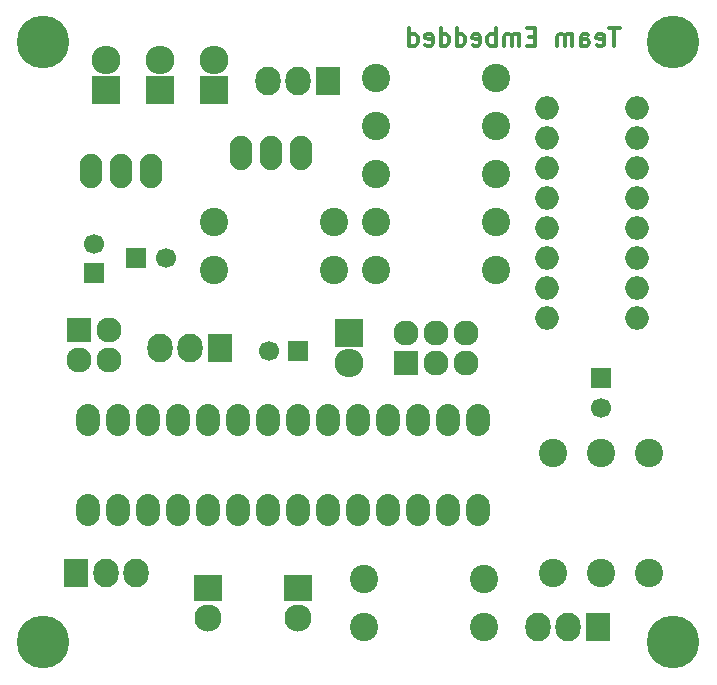
<source format=gbr>
G04 #@! TF.FileFunction,Soldermask,Bot*
%FSLAX46Y46*%
G04 Gerber Fmt 4.6, Leading zero omitted, Abs format (unit mm)*
G04 Created by KiCad (PCBNEW 4.0.2-stable) date 2016-10-26 13:47:51*
%MOMM*%
G01*
G04 APERTURE LIST*
%ADD10C,0.100000*%
%ADD11C,0.300000*%
%ADD12R,1.700000X1.700000*%
%ADD13C,1.700000*%
%ADD14R,2.400000X2.300000*%
%ADD15C,2.300000*%
%ADD16R,2.127200X2.127200*%
%ADD17O,2.127200X2.127200*%
%ADD18R,2.127200X2.432000*%
%ADD19O,2.127200X2.432000*%
%ADD20R,2.432000X2.432000*%
%ADD21O,2.432000X2.432000*%
%ADD22C,2.398980*%
%ADD23O,1.901140X2.899360*%
%ADD24O,2.000000X2.000000*%
%ADD25O,2.000000X2.700000*%
%ADD26C,4.464000*%
G04 APERTURE END LIST*
D10*
D11*
X168156400Y-31817571D02*
X167299257Y-31817571D01*
X167727828Y-33317571D02*
X167727828Y-31817571D01*
X166227829Y-33246143D02*
X166370686Y-33317571D01*
X166656400Y-33317571D01*
X166799257Y-33246143D01*
X166870686Y-33103286D01*
X166870686Y-32531857D01*
X166799257Y-32389000D01*
X166656400Y-32317571D01*
X166370686Y-32317571D01*
X166227829Y-32389000D01*
X166156400Y-32531857D01*
X166156400Y-32674714D01*
X166870686Y-32817571D01*
X164870686Y-33317571D02*
X164870686Y-32531857D01*
X164942115Y-32389000D01*
X165084972Y-32317571D01*
X165370686Y-32317571D01*
X165513543Y-32389000D01*
X164870686Y-33246143D02*
X165013543Y-33317571D01*
X165370686Y-33317571D01*
X165513543Y-33246143D01*
X165584972Y-33103286D01*
X165584972Y-32960429D01*
X165513543Y-32817571D01*
X165370686Y-32746143D01*
X165013543Y-32746143D01*
X164870686Y-32674714D01*
X164156400Y-33317571D02*
X164156400Y-32317571D01*
X164156400Y-32460429D02*
X164084972Y-32389000D01*
X163942114Y-32317571D01*
X163727829Y-32317571D01*
X163584972Y-32389000D01*
X163513543Y-32531857D01*
X163513543Y-33317571D01*
X163513543Y-32531857D02*
X163442114Y-32389000D01*
X163299257Y-32317571D01*
X163084972Y-32317571D01*
X162942114Y-32389000D01*
X162870686Y-32531857D01*
X162870686Y-33317571D01*
X161013543Y-32531857D02*
X160513543Y-32531857D01*
X160299257Y-33317571D02*
X161013543Y-33317571D01*
X161013543Y-31817571D01*
X160299257Y-31817571D01*
X159656400Y-33317571D02*
X159656400Y-32317571D01*
X159656400Y-32460429D02*
X159584972Y-32389000D01*
X159442114Y-32317571D01*
X159227829Y-32317571D01*
X159084972Y-32389000D01*
X159013543Y-32531857D01*
X159013543Y-33317571D01*
X159013543Y-32531857D02*
X158942114Y-32389000D01*
X158799257Y-32317571D01*
X158584972Y-32317571D01*
X158442114Y-32389000D01*
X158370686Y-32531857D01*
X158370686Y-33317571D01*
X157656400Y-33317571D02*
X157656400Y-31817571D01*
X157656400Y-32389000D02*
X157513543Y-32317571D01*
X157227829Y-32317571D01*
X157084972Y-32389000D01*
X157013543Y-32460429D01*
X156942114Y-32603286D01*
X156942114Y-33031857D01*
X157013543Y-33174714D01*
X157084972Y-33246143D01*
X157227829Y-33317571D01*
X157513543Y-33317571D01*
X157656400Y-33246143D01*
X155727829Y-33246143D02*
X155870686Y-33317571D01*
X156156400Y-33317571D01*
X156299257Y-33246143D01*
X156370686Y-33103286D01*
X156370686Y-32531857D01*
X156299257Y-32389000D01*
X156156400Y-32317571D01*
X155870686Y-32317571D01*
X155727829Y-32389000D01*
X155656400Y-32531857D01*
X155656400Y-32674714D01*
X156370686Y-32817571D01*
X154370686Y-33317571D02*
X154370686Y-31817571D01*
X154370686Y-33246143D02*
X154513543Y-33317571D01*
X154799257Y-33317571D01*
X154942115Y-33246143D01*
X155013543Y-33174714D01*
X155084972Y-33031857D01*
X155084972Y-32603286D01*
X155013543Y-32460429D01*
X154942115Y-32389000D01*
X154799257Y-32317571D01*
X154513543Y-32317571D01*
X154370686Y-32389000D01*
X153013543Y-33317571D02*
X153013543Y-31817571D01*
X153013543Y-33246143D02*
X153156400Y-33317571D01*
X153442114Y-33317571D01*
X153584972Y-33246143D01*
X153656400Y-33174714D01*
X153727829Y-33031857D01*
X153727829Y-32603286D01*
X153656400Y-32460429D01*
X153584972Y-32389000D01*
X153442114Y-32317571D01*
X153156400Y-32317571D01*
X153013543Y-32389000D01*
X151727829Y-33246143D02*
X151870686Y-33317571D01*
X152156400Y-33317571D01*
X152299257Y-33246143D01*
X152370686Y-33103286D01*
X152370686Y-32531857D01*
X152299257Y-32389000D01*
X152156400Y-32317571D01*
X151870686Y-32317571D01*
X151727829Y-32389000D01*
X151656400Y-32531857D01*
X151656400Y-32674714D01*
X152370686Y-32817571D01*
X150370686Y-33317571D02*
X150370686Y-31817571D01*
X150370686Y-33246143D02*
X150513543Y-33317571D01*
X150799257Y-33317571D01*
X150942115Y-33246143D01*
X151013543Y-33174714D01*
X151084972Y-33031857D01*
X151084972Y-32603286D01*
X151013543Y-32460429D01*
X150942115Y-32389000D01*
X150799257Y-32317571D01*
X150513543Y-32317571D01*
X150370686Y-32389000D01*
D12*
X140970000Y-59182000D03*
D13*
X138470000Y-59182000D03*
D12*
X123698000Y-52578000D03*
D13*
X123698000Y-50078000D03*
D12*
X127254000Y-51308000D03*
D13*
X129754000Y-51308000D03*
D12*
X166624000Y-61468000D03*
D13*
X166624000Y-63968000D03*
D14*
X140970000Y-79248000D03*
D15*
X140970000Y-81788000D03*
D14*
X133350000Y-79248000D03*
D15*
X133350000Y-81788000D03*
D16*
X150114000Y-60198000D03*
D17*
X150114000Y-57658000D03*
X152654000Y-60198000D03*
X152654000Y-57658000D03*
X155194000Y-60198000D03*
X155194000Y-57658000D03*
D18*
X166370000Y-82550000D03*
D19*
X163830000Y-82550000D03*
X161290000Y-82550000D03*
D20*
X145288000Y-57658000D03*
D21*
X145288000Y-60198000D03*
D20*
X124714000Y-37084000D03*
D21*
X124714000Y-34544000D03*
D18*
X122174000Y-77978000D03*
D19*
X124714000Y-77978000D03*
X127254000Y-77978000D03*
D20*
X133858000Y-37084000D03*
D21*
X133858000Y-34544000D03*
D20*
X129286000Y-37084000D03*
D21*
X129286000Y-34544000D03*
D22*
X156718000Y-78486000D03*
X146558000Y-78486000D03*
X170688000Y-67818000D03*
X170688000Y-77978000D03*
X156718000Y-82550000D03*
X146558000Y-82550000D03*
X166624000Y-77978000D03*
X166624000Y-67818000D03*
X147574000Y-36068000D03*
X157734000Y-36068000D03*
X162560000Y-67818000D03*
X162560000Y-77978000D03*
X144018000Y-52324000D03*
X133858000Y-52324000D03*
X157734000Y-48260000D03*
X147574000Y-48260000D03*
X147574000Y-52324000D03*
X157734000Y-52324000D03*
X157734000Y-44196000D03*
X147574000Y-44196000D03*
X147574000Y-40132000D03*
X157734000Y-40132000D03*
X144018000Y-48260000D03*
X133858000Y-48260000D03*
D18*
X134366000Y-58928000D03*
D19*
X131826000Y-58928000D03*
X129286000Y-58928000D03*
D18*
X143510000Y-36322000D03*
D19*
X140970000Y-36322000D03*
X138430000Y-36322000D03*
D23*
X125984000Y-43942000D03*
X128524000Y-43942000D03*
X123444000Y-43942000D03*
X138684000Y-42418000D03*
X141224000Y-42418000D03*
X136144000Y-42418000D03*
D16*
X122428000Y-57404000D03*
D17*
X124968000Y-57404000D03*
X122428000Y-59944000D03*
X124968000Y-59944000D03*
D24*
X169672000Y-56388000D03*
X169672000Y-53848000D03*
X169672000Y-51308000D03*
X169672000Y-48768000D03*
X169672000Y-46228000D03*
X169672000Y-43688000D03*
X169672000Y-41148000D03*
X169672000Y-38608000D03*
X162052000Y-38608000D03*
X162052000Y-41148000D03*
X162052000Y-43688000D03*
X162052000Y-46228000D03*
X162052000Y-48768000D03*
X162052000Y-51308000D03*
X162052000Y-53848000D03*
X162052000Y-56388000D03*
D25*
X123190000Y-72644000D03*
X125730000Y-72644000D03*
X128270000Y-72644000D03*
X130810000Y-72644000D03*
X133350000Y-72644000D03*
X135890000Y-72644000D03*
X138430000Y-72644000D03*
X140970000Y-72644000D03*
X143510000Y-72644000D03*
X146050000Y-72644000D03*
X148590000Y-72644000D03*
X151130000Y-72644000D03*
X153670000Y-72644000D03*
X156210000Y-72644000D03*
X156210000Y-65024000D03*
X153670000Y-65024000D03*
X151130000Y-65024000D03*
X148590000Y-65024000D03*
X146050000Y-65024000D03*
X143510000Y-65024000D03*
X140970000Y-65024000D03*
X138430000Y-65024000D03*
X135890000Y-65024000D03*
X133350000Y-65024000D03*
X130810000Y-65024000D03*
X128270000Y-65024000D03*
X125730000Y-65024000D03*
X123190000Y-65024000D03*
D26*
X119380000Y-33020000D03*
X172720000Y-33020000D03*
X172720000Y-83820000D03*
X119380000Y-83820000D03*
M02*

</source>
